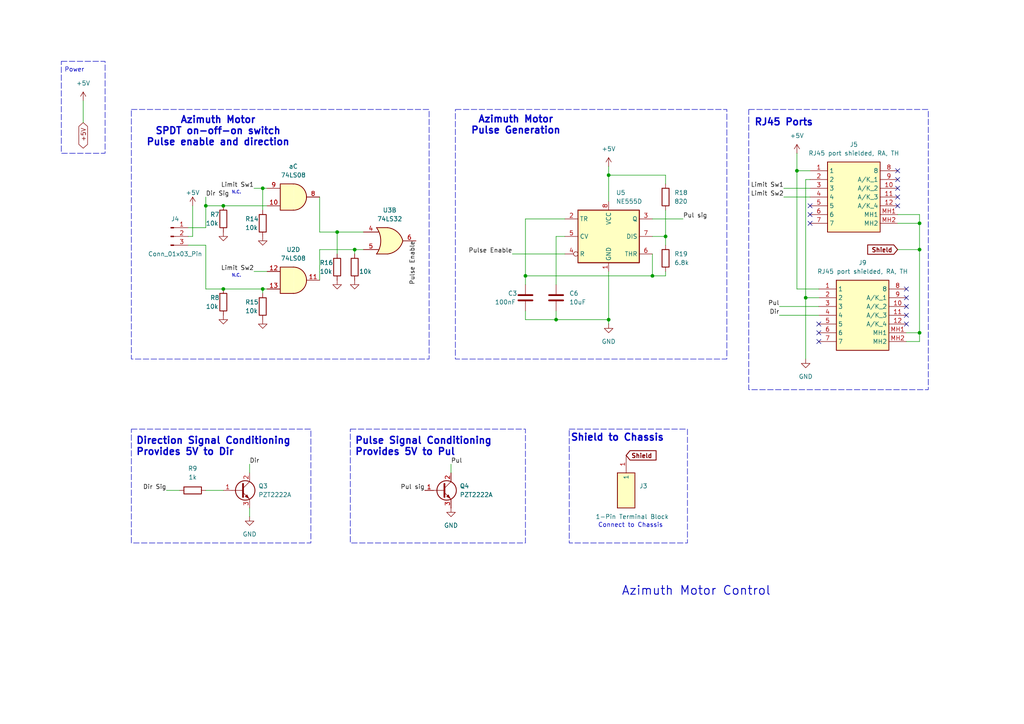
<source format=kicad_sch>
(kicad_sch (version 20250114) (generator "eeschema") (generator_version "9.0")
  (paper "A4")
  (title_block (title "Simple Dish Manual Controller") (date "2025-03-23") (rev "1.1"))
  (lib_symbols
    (symbol "1-Pin Barrier Terminal Block:38700-6301"
      (property "Reference" "J" (at 16.51 7.62 0))
      (property "Value" "38700-6301" (at 16.51 5.08 0))
      (symbol "38700-6301_1_1"
        (rectangle (start 5.08 2.54) (end 15.24 -2.54) (stroke (width 0.254)) (fill (type background)))
        (pin passive line (at 0 0 0) (length 5.08) (name "1") (number "1"))
      )
    )
    (symbol "74xx:74LS08" (pin_names (offset 1.016))
      (property "Reference" "U" (at 0 1.27 0))
      (property "Value" "74LS08" (at 0 -1.27 0))
      (symbol "74LS08_1_1"
        (arc (start 0 3.81) (mid 3.7934 0) (end 0 -3.81) (stroke (width 0.254)) (fill (type background)))
        (polyline (pts (xy 0 3.81) (xy -3.81 3.81) (xy -3.81 -3.81) (xy 0 -3.81)) (stroke (width 0.254)) (fill (type background)))
        (pin input line (at -7.62 2.54 0) (length 3.81) (name "~") (number "1"))
        (pin input line (at -7.62 -2.54 0) (length 3.81) (name "~") (number "2"))
        (pin output line (at 7.62 0 180) (length 3.81) (name "~") (number "3"))
      )
      (symbol "74LS08_1_2"
        (arc (start -3.81 3.81) (mid -2.589 0) (end -3.81 -3.81) (stroke (width 0.254)))
        (polyline (pts (xy -3.81 3.81) (xy -0.635 3.81)) (stroke (width 0.254)) (fill (type background)))
        (polyline (pts (xy -3.81 -3.81) (xy -0.635 -3.81)) (stroke (width 0.254)) (fill (type background)))
        (arc (start 3.81 0) (mid 2.1855 -2.584) (end -0.6096 -3.81) (stroke (width 0.254)) (fill (type background)))
        (arc (start -0.6096 3.81) (mid 2.1928 2.5924) (end 3.81 0) (stroke (width 0.254)) (fill (type background)))
        (polyline (pts (xy -0.635 3.81) (xy -3.81 3.81) (xy -3.81 3.81) (xy -3.556 3.4036) (xy -3.0226 2.2606) (xy -2.6924 1.0414) (xy -2.6162 -0.254) (xy -2.7686 -1.4986) (xy -3.175 -2.7178) (xy -3.81 -3.81) (xy -3.81 -3.81) (xy -0.635 -3.81)) (stroke (width -25.4)) (fill (type background)))
        (pin input inverted (at -7.62 2.54 0) (length 4.318) (name "~") (number "1"))
        (pin input inverted (at -7.62 -2.54 0) (length 4.318) (name "~") (number "2"))
        (pin output inverted (at 7.62 0 180) (length 3.81) (name "~") (number "3"))
      )
      (symbol "74LS08_2_1"
        (arc (start 0 3.81) (mid 3.7934 0) (end 0 -3.81) (stroke (width 0.254)) (fill (type background)))
        (polyline (pts (xy 0 3.81) (xy -3.81 3.81) (xy -3.81 -3.81) (xy 0 -3.81)) (stroke (width 0.254)) (fill (type background)))
        (pin input line (at -7.62 2.54 0) (length 3.81) (name "~") (number "4"))
        (pin input line (at -7.62 -2.54 0) (length 3.81) (name "~") (number "5"))
        (pin output line (at 7.62 0 180) (length 3.81) (name "~") (number "6"))
      )
      (symbol "74LS08_2_2"
        (arc (start -3.81 3.81) (mid -2.589 0) (end -3.81 -3.81) (stroke (width 0.254)))
        (polyline (pts (xy -3.81 3.81) (xy -0.635 3.81)) (stroke (width 0.254)) (fill (type background)))
        (polyline (pts (xy -3.81 -3.81) (xy -0.635 -3.81)) (stroke (width 0.254)) (fill (type background)))
        (arc (start 3.81 0) (mid 2.1855 -2.584) (end -0.6096 -3.81) (stroke (width 0.254)) (fill (type background)))
        (arc (start -0.6096 3.81) (mid 2.1928 2.5924) (end 3.81 0) (stroke (width 0.254)) (fill (type background)))
        (polyline (pts (xy -0.635 3.81) (xy -3.81 3.81) (xy -3.81 3.81) (xy -3.556 3.4036) (xy -3.0226 2.2606) (xy -2.6924 1.0414) (xy -2.6162 -0.254) (xy -2.7686 -1.4986) (xy -3.175 -2.7178) (xy -3.81 -3.81) (xy -3.81 -3.81) (xy -0.635 -3.81)) (stroke (width -25.4)) (fill (type background)))
        (pin input inverted (at -7.62 2.54 0) (length 4.318) (name "~") (number "4"))
        (pin input inverted (at -7.62 -2.54 0) (length 4.318) (name "~") (number "5"))
        (pin output inverted (at 7.62 0 180) (length 3.81) (name "~") (number "6"))
      )
      (symbol "74LS08_3_1"
        (arc (start 0 3.81) (mid 3.7934 0) (end 0 -3.81) (stroke (width 0.254)) (fill (type background)))
        (polyline (pts (xy 0 3.81) (xy -3.81 3.81) (xy -3.81 -3.81) (xy 0 -3.81)) (stroke (width 0.254)) (fill (type background)))
        (pin input line (at -7.62 2.54 0) (length 3.81) (name "~") (number "9"))
        (pin input line (at -7.62 -2.54 0) (length 3.81) (name "~") (number "10"))
        (pin output line (at 7.62 0 180) (length 3.81) (name "~") (number "8"))
      )
      (symbol "74LS08_3_2"
        (arc (start -3.81 3.81) (mid -2.589 0) (end -3.81 -3.81) (stroke (width 0.254)))
        (polyline (pts (xy -3.81 3.81) (xy -0.635 3.81)) (stroke (width 0.254)) (fill (type background)))
        (polyline (pts (xy -3.81 -3.81) (xy -0.635 -3.81)) (stroke (width 0.254)) (fill (type background)))
        (arc (start 3.81 0) (mid 2.1855 -2.584) (end -0.6096 -3.81) (stroke (width 0.254)) (fill (type background)))
        (arc (start -0.6096 3.81) (mid 2.1928 2.5924) (end 3.81 0) (stroke (width 0.254)) (fill (type background)))
        (polyline (pts (xy -0.635 3.81) (xy -3.81 3.81) (xy -3.81 3.81) (xy -3.556 3.4036) (xy -3.0226 2.2606) (xy -2.6924 1.0414) (xy -2.6162 -0.254) (xy -2.7686 -1.4986) (xy -3.175 -2.7178) (xy -3.81 -3.81) (xy -3.81 -3.81) (xy -0.635 -3.81)) (stroke (width -25.4)) (fill (type background)))
        (pin input inverted (at -7.62 2.54 0) (length 4.318) (name "~") (number "9"))
        (pin input inverted (at -7.62 -2.54 0) (length 4.318) (name "~") (number "10"))
        (pin output inverted (at 7.62 0 180) (length 3.81) (name "~") (number "8"))
      )
      (symbol "74LS08_4_1"
        (arc (start 0 3.81) (mid 3.7934 0) (end 0 -3.81) (stroke (width 0.254)) (fill (type background)))
        (polyline (pts (xy 0 3.81) (xy -3.81 3.81) (xy -3.81 -3.81) (xy 0 -3.81)) (stroke (width 0.254)) (fill (type background)))
        (pin input line (at -7.62 2.54 0) (length 3.81) (name "~") (number "12"))
        (pin input line (at -7.62 -2.54 0) (length 3.81) (name "~") (number "13"))
        (pin output line (at 7.62 0 180) (length 3.81) (name "~") (number "11"))
      )
      (symbol "74LS08_4_2"
        (arc (start -3.81 3.81) (mid -2.589 0) (end -3.81 -3.81) (stroke (width 0.254)))
        (polyline (pts (xy -3.81 3.81) (xy -0.635 3.81)) (stroke (width 0.254)) (fill (type background)))
        (polyline (pts (xy -3.81 -3.81) (xy -0.635 -3.81)) (stroke (width 0.254)) (fill (type background)))
        (arc (start 3.81 0) (mid 2.1855 -2.584) (end -0.6096 -3.81) (stroke (width 0.254)) (fill (type background)))
        (arc (start -0.6096 3.81) (mid 2.1928 2.5924) (end 3.81 0) (stroke (width 0.254)) (fill (type background)))
        (polyline (pts (xy -0.635 3.81) (xy -3.81 3.81) (xy -3.81 3.81) (xy -3.556 3.4036) (xy -3.0226 2.2606) (xy -2.6924 1.0414) (xy -2.6162 -0.254) (xy -2.7686 -1.4986) (xy -3.175 -2.7178) (xy -3.81 -3.81) (xy -3.81 -3.81) (xy -0.635 -3.81)) (stroke (width -25.4)) (fill (type background)))
        (pin input inverted (at -7.62 2.54 0) (length 4.318) (name "~") (number "12"))
        (pin input inverted (at -7.62 -2.54 0) (length 4.318) (name "~") (number "13"))
        (pin output inverted (at 7.62 0 180) (length 3.81) (name "~") (number "11"))
      )
      (symbol "74LS08_5_0"
        (pin power_in line (at 0 12.7 270) (length 5.08) (name "VCC") (number "14"))
        (pin power_in line (at 0 -12.7 90) (length 5.08) (name "GND") (number "7"))
      )
      (symbol "74LS08_5_1"
        (rectangle (start -5.08 7.62) (end 5.08 -7.62) (stroke (width 0.254)) (fill (type background)))
      )
    )
    (symbol "74xx:74LS32" (pin_names (offset 1.016))
      (property "Reference" "U" (at 0 1.27 0))
      (property "Value" "74LS32" (at 0 -1.27 0))
      (symbol "74LS32_1_1"
        (arc (start -3.81 3.81) (mid -2.589 0) (end -3.81 -3.81) (stroke (width 0.254)))
        (polyline (pts (xy -3.81 3.81) (xy -0.635 3.81)) (stroke (width 0.254)) (fill (type background)))
        (polyline (pts (xy -3.81 -3.81) (xy -0.635 -3.81)) (stroke (width 0.254)) (fill (type background)))
        (arc (start 3.81 0) (mid 2.1855 -2.584) (end -0.6096 -3.81) (stroke (width 0.254)) (fill (type background)))
        (arc (start -0.6096 3.81) (mid 2.1928 2.5924) (end 3.81 0) (stroke (width 0.254)) (fill (type background)))
        (polyline (pts (xy -0.635 3.81) (xy -3.81 3.81) (xy -3.81 3.81) (xy -3.556 3.4036) (xy -3.0226 2.2606) (xy -2.6924 1.0414) (xy -2.6162 -0.254) (xy -2.7686 -1.4986) (xy -3.175 -2.7178) (xy -3.81 -3.81) (xy -3.81 -3.81) (xy -0.635 -3.81)) (stroke (width -25.4)) (fill (type background)))
        (pin input line (at -7.62 2.54 0) (length 4.318) (name "~") (number "1"))
        (pin input line (at -7.62 -2.54 0) (length 4.318) (name "~") (number "2"))
        (pin output line (at 7.62 0 180) (length 3.81) (name "~") (number "3"))
      )
      (symbol "74LS32_1_2"
        (arc (start 0 3.81) (mid 3.7934 0) (end 0 -3.81) (stroke (width 0.254)) (fill (type background)))
        (polyline (pts (xy 0 3.81) (xy -3.81 3.81) (xy -3.81 -3.81) (xy 0 -3.81)) (stroke (width 0.254)) (fill (type background)))
        (pin input inverted (at -7.62 2.54 0) (length 3.81) (name "~") (number "1"))
        (pin input inverted (at -7.62 -2.54 0) (length 3.81) (name "~") (number "2"))
        (pin output inverted (at 7.62 0 180) (length 3.81) (name "~") (number "3"))
      )
      (symbol "74LS32_2_1"
        (arc (start -3.81 3.81) (mid -2.589 0) (end -3.81 -3.81) (stroke (width 0.254)))
        (polyline (pts (xy -3.81 3.81) (xy -0.635 3.81)) (stroke (width 0.254)) (fill (type background)))
        (polyline (pts (xy -3.81 -3.81) (xy -0.635 -3.81)) (stroke (width 0.254)) (fill (type background)))
        (arc (start 3.81 0) (mid 2.1855 -2.584) (end -0.6096 -3.81) (stroke (width 0.254)) (fill (type background)))
        (arc (start -0.6096 3.81) (mid 2.1928 2.5924) (end 3.81 0) (stroke (width 0.254)) (fill (type background)))
        (polyline (pts (xy -0.635 3.81) (xy -3.81 3.81) (xy -3.81 3.81) (xy -3.556 3.4036) (xy -3.0226 2.2606) (xy -2.6924 1.0414) (xy -2.6162 -0.254) (xy -2.7686 -1.4986) (xy -3.175 -2.7178) (xy -3.81 -3.81) (xy -3.81 -3.81) (xy -0.635 -3.81)) (stroke (width -25.4)) (fill (type background)))
        (pin input line (at -7.62 2.54 0) (length 4.318) (name "~") (number "4"))
        (pin input line (at -7.62 -2.54 0) (length 4.318) (name "~") (number "5"))
        (pin output line (at 7.62 0 180) (length 3.81) (name "~") (number "6"))
      )
      (symbol "74LS32_2_2"
        (arc (start 0 3.81) (mid 3.7934 0) (end 0 -3.81) (stroke (width 0.254)) (fill (type background)))
        (polyline (pts (xy 0 3.81) (xy -3.81 3.81) (xy -3.81 -3.81) (xy 0 -3.81)) (stroke (width 0.254)) (fill (type background)))
        (pin input inverted (at -7.62 2.54 0) (length 3.81) (name "~") (number "4"))
        (pin input inverted (at -7.62 -2.54 0) (length 3.81) (name "~") (number "5"))
        (pin output inverted (at 7.62 0 180) (length 3.81) (name "~") (number "6"))
      )
      (symbol "74LS32_3_1"
        (arc (start -3.81 3.81) (mid -2.589 0) (end -3.81 -3.81) (stroke (width 0.254)))
        (polyline (pts (xy -3.81 3.81) (xy -0.635 3.81)) (stroke (width 0.254)) (fill (type background)))
        (polyline (pts (xy -3.81 -3.81) (xy -0.635 -3.81)) (stroke (width 0.254)) (fill (type background)))
        (arc (start 3.81 0) (mid 2.1855 -2.584) (end -0.6096 -3.81) (stroke (width 0.254)) (fill (type background)))
        (arc (start -0.6096 3.81) (mid 2.1928 2.5924) (end 3.81 0) (stroke (width 0.254)) (fill (type background)))
        (polyline (pts (xy -0.635 3.81) (xy -3.81 3.81) (xy -3.81 3.81) (xy -3.556 3.4036) (xy -3.0226 2.2606) (xy -2.6924 1.0414) (xy -2.6162 -0.254) (xy -2.7686 -1.4986) (xy -3.175 -2.7178) (xy -3.81 -3.81) (xy -3.81 -3.81) (xy -0.635 -3.81)) (stroke (width -25.4)) (fill (type background)))
        (pin input line (at -7.62 2.54 0) (length 4.318) (name "~") (number "9"))
        (pin input line (at -7.62 -2.54 0) (length 4.318) (name "~") (number "10"))
        (pin output line (at 7.62 0 180) (length 3.81) (name "~") (number "8"))
      )
      (symbol "74LS32_3_2"
        (arc (start 0 3.81) (mid 3.7934 0) (end 0 -3.81) (stroke (width 0.254)) (fill (type background)))
        (polyline (pts (xy 0 3.81) (xy -3.81 3.81) (xy -3.81 -3.81) (xy 0 -3.81)) (stroke (width 0.254)) (fill (type background)))
        (pin input inverted (at -7.62 2.54 0) (length 3.81) (name "~") (number "9"))
        (pin input inverted (at -7.62 -2.54 0) (length 3.81) (name "~") (number "10"))
        (pin output inverted (at 7.62 0 180) (length 3.81) (name "~") (number "8"))
      )
      (symbol "74LS32_4_1"
        (arc (start -3.81 3.81) (mid -2.589 0) (end -3.81 -3.81) (stroke (width 0.254)))
        (polyline (pts (xy -3.81 3.81) (xy -0.635 3.81)) (stroke (width 0.254)) (fill (type background)))
        (polyline (pts (xy -3.81 -3.81) (xy -0.635 -3.81)) (stroke (width 0.254)) (fill (type background)))
        (arc (start 3.81 0) (mid 2.1855 -2.584) (end -0.6096 -3.81) (stroke (width 0.254)) (fill (type background)))
        (arc (start -0.6096 3.81) (mid 2.1928 2.5924) (end 3.81 0) (stroke (width 0.254)) (fill (type background)))
        (polyline (pts (xy -0.635 3.81) (xy -3.81 3.81) (xy -3.81 3.81) (xy -3.556 3.4036) (xy -3.0226 2.2606) (xy -2.6924 1.0414) (xy -2.6162 -0.254) (xy -2.7686 -1.4986) (xy -3.175 -2.7178) (xy -3.81 -3.81) (xy -3.81 -3.81) (xy -0.635 -3.81)) (stroke (width -25.4)) (fill (type background)))
        (pin input line (at -7.62 2.54 0) (length 4.318) (name "~") (number "12"))
        (pin input line (at -7.62 -2.54 0) (length 4.318) (name "~") (number "13"))
        (pin output line (at 7.62 0 180) (length 3.81) (name "~") (number "11"))
      )
      (symbol "74LS32_4_2"
        (arc (start 0 3.81) (mid 3.7934 0) (end 0 -3.81) (stroke (width 0.254)) (fill (type background)))
        (polyline (pts (xy 0 3.81) (xy -3.81 3.81) (xy -3.81 -3.81) (xy 0 -3.81)) (stroke (width 0.254)) (fill (type background)))
        (pin input inverted (at -7.62 2.54 0) (length 3.81) (name "~") (number "12"))
        (pin input inverted (at -7.62 -2.54 0) (length 3.81) (name "~") (number "13"))
        (pin output inverted (at 7.62 0 180) (length 3.81) (name "~") (number "11"))
      )
      (symbol "74LS32_5_0"
        (pin power_in line (at 0 12.7 270) (length 5.08) (name "VCC") (number "14"))
        (pin power_in line (at 0 -12.7 90) (length 5.08) (name "GND") (number "7"))
      )
      (symbol "74LS32_5_1"
        (rectangle (start -5.08 7.62) (end 5.08 -7.62) (stroke (width 0.254)) (fill (type background)))
      )
    )
    (symbol "Device:R" (pin_numbers (hide yes)) (pin_names (offset 0))
      (property "Reference" "R" (at 2.032 0 90))
      (property "Value" "R" (at 0 0 90))
      (symbol "R_0_1"
        (rectangle (start -1.016 -2.54) (end 1.016 2.54) (stroke (width 0.254)))
      )
      (symbol "R_1_1"
        (pin passive line (at 0 3.81 270) (length 1.27) (name "~") (number "1"))
        (pin passive line (at 0 -3.81 90) (length 1.27) (name "~") (number "2"))
      )
    )
    (symbol "DishController_symbols:RJ45 port shielded, Right Angle TH"
      (property "Reference" "J" (at 21.59 7.62 0))
      (property "Value" "RJ45 port shielded, Right Angle TH" (at 21.59 5.08 0))
      (symbol "RJ45 port shielded, Right Angle TH_1_1"
        (rectangle (start 5.08 2.54) (end 20.32 -17.78) (stroke (width 0.254)) (fill (type background)))
        (pin passive line (at 0 0 0) (length 5.08) (name "1") (number "1"))
        (pin passive line (at 0 -2.54 0) (length 5.08) (name "2") (number "2"))
        (pin passive line (at 0 -5.08 0) (length 5.08) (name "3") (number "3"))
        (pin passive line (at 0 -7.62 0) (length 5.08) (name "4") (number "4"))
        (pin passive line (at 0 -10.16 0) (length 5.08) (name "5") (number "5"))
        (pin passive line (at 0 -12.7 0) (length 5.08) (name "6") (number "6"))
        (pin passive line (at 0 -15.24 0) (length 5.08) (name "7") (number "7"))
        (pin passive line (at 25.4 0 180) (length 5.08) (name "8") (number "8"))
        (pin passive line (at 25.4 -2.54 180) (length 5.08) (name "A/K_1") (number "9"))
        (pin passive line (at 25.4 -5.08 180) (length 5.08) (name "A/K_2") (number "10"))
        (pin passive line (at 25.4 -7.62 180) (length 5.08) (name "A/K_3") (number "11"))
        (pin passive line (at 25.4 -10.16 180) (length 5.08) (name "A/K_4") (number "12"))
        (pin passive line (at 25.4 -12.7 180) (length 5.08) (name "MH1") (number "MH1"))
        (pin passive line (at 25.4 -15.24 180) (length 5.08) (name "MH2") (number "MH2"))
      )
    )
    (symbol "DishSymbols:CAP 100nF 0805" (pin_numbers (hide yes)) (pin_names (offset 0.254))
      (property "Reference" "C" (at 0.635 2.54 0))
      (property "Value" "100nF" (at 0.635 -2.54 0))
      (symbol "CAP 100nF 0805_0_1"
        (polyline (pts (xy -2.032 0.762) (xy 2.032 0.762)) (stroke (width 0.508)))
        (polyline (pts (xy -2.032 -0.762) (xy 2.032 -0.762)) (stroke (width 0.508)))
      )
      (symbol "CAP 100nF 0805_1_1"
        (pin passive line (at 0 3.81 270) (length 2.794) (name "~") (number "1"))
        (pin passive line (at 0 -3.81 90) (length 2.794) (name "~") (number "2"))
      )
    )
    (symbol "DishSymbols:CAP 10nF 0805" (pin_numbers (hide yes)) (pin_names (offset 0.254) (hide yes))
      (property "Reference" "C" (at 0.635 2.54 0))
      (property "Value" "10uF" (at 0.635 -2.54 0))
      (symbol "CAP 10nF 0805_0_1"
        (polyline (pts (xy -2.032 0.762) (xy 2.032 0.762)) (stroke (width 0.508)))
        (polyline (pts (xy -2.032 -0.762) (xy 2.032 -0.762)) (stroke (width 0.508)))
      )
      (symbol "CAP 10nF 0805_1_1"
        (pin passive line (at 0 3.81 270) (length 2.794) (name "~") (number "1"))
        (pin passive line (at 0 -3.81 90) (length 2.794) (name "~") (number "2"))
      )
    )
    (symbol "DishSymbols:Conn_01x03_Pin" (pin_names (offset 1.016) (hide yes))
      (property "Reference" "J" (at 0 5.08 0))
      (property "Value" "Conn_01x03_Pin" (at 0 -5.08 0))
      (symbol "Conn_01x03_Pin_1_1"
        (rectangle (start 0.8636 2.667) (end 0 2.413) (stroke (width 0.1524)) (fill (type outline)))
        (rectangle (start 0.8636 0.127) (end 0 -0.127) (stroke (width 0.1524)) (fill (type outline)))
        (rectangle (start 0.8636 -2.413) (end 0 -2.667) (stroke (width 0.1524)) (fill (type outline)))
        (polyline (pts (xy 1.27 2.54) (xy 0.8636 2.54)) (stroke (width 0.1524)))
        (polyline (pts (xy 1.27 0) (xy 0.8636 0)) (stroke (width 0.1524)))
        (polyline (pts (xy 1.27 -2.54) (xy 0.8636 -2.54)) (stroke (width 0.1524)))
        (pin passive line (at 5.08 2.54 180) (length 3.81) (name "1") (number "1"))
        (pin passive line (at 5.08 0 180) (length 3.81) (name "2") (number "2"))
        (pin passive line (at 5.08 -2.54 180) (length 3.81) (name "3") (number "3"))
      )
    )
    (symbol "DishSymbols:NE555D"
      (property "Reference" "U" (at -10.16 8.89 0))
      (property "Value" "NE555D" (at 2.54 8.89 0))
      (symbol "NE555D_0_0"
        (pin power_in line (at 0 10.16 270) (length 2.54) (name "VCC") (number "8"))
        (pin power_in line (at 0 -10.16 90) (length 2.54) (name "GND") (number "1"))
      )
      (symbol "NE555D_0_1"
        (rectangle (start -8.89 -7.62) (end 8.89 7.62) (stroke (width 0.254)) (fill (type background)))
        (rectangle (start -8.89 -7.62) (end 8.89 7.62) (stroke (width 0.254)) (fill (type background)))
      )
      (symbol "NE555D_1_1"
        (pin input line (at -12.7 5.08 0) (length 3.81) (name "TR") (number "2"))
        (pin input line (at -12.7 0 0) (length 3.81) (name "CV") (number "5"))
        (pin input inverted (at -12.7 -5.08 0) (length 3.81) (name "R") (number "4"))
        (pin output line (at 12.7 5.08 180) (length 3.81) (name "Q") (number "3"))
        (pin input line (at 12.7 0 180) (length 3.81) (name "DIS") (number "7"))
        (pin input line (at 12.7 -5.08 180) (length 3.81) (name "THR") (number "6"))
      )
    )
    (symbol "DishSymbols:RES 6.8k 0805" (pin_numbers (hide yes)) (pin_names (offset 0) (hide yes))
      (property "Reference" "R" (at 2.032 0 90))
      (property "Value" "6.8k" (at 0 0 90))
      (symbol "RES 6.8k 0805_0_1"
        (rectangle (start -1.016 -2.54) (end 1.016 2.54) (stroke (width 0.254)))
      )
      (symbol "RES 6.8k 0805_1_1"
        (pin passive line (at 0 3.81 270) (length 1.27) (name "~") (number "1"))
        (pin passive line (at 0 -3.81 90) (length 1.27) (name "~") (number "2"))
      )
    )
    (symbol "DishSymbols:RES 820 0805" (pin_numbers (hide yes)) (pin_names (offset 0) (hide yes))
      (property "Reference" "R" (at 2.032 0 90))
      (property "Value" "820" (at 0 0 90))
      (symbol "RES 820 0805_0_1"
        (rectangle (start -1.016 -2.54) (end 1.016 2.54) (stroke (width 0.254)))
      )
      (symbol "RES 820 0805_1_1"
        (pin passive line (at 0 3.81 270) (length 1.27) (name "~") (number "1"))
        (pin passive line (at 0 -3.81 90) (length 1.27) (name "~") (number "2"))
      )
    )
    (symbol "Transistor_BJT:PZT2222A" (pin_names (offset 0) (hide yes))
      (property "Reference" "Q" (at 5.08 1.905 0))
      (property "Value" "PZT2222A" (at 5.08 0 0))
      (symbol "PZT2222A_0_1"
        (polyline (pts (xy -2.54 0) (xy 0.635 0)))
        (polyline (pts (xy 0.635 1.905) (xy 0.635 -1.905)) (stroke (width 0.508)))
        (circle (center 1.27 0) (radius 2.8194) (stroke (width 0.254)))
      )
      (symbol "PZT2222A_1_1"
        (polyline (pts (xy 0.635 0.635) (xy 2.54 2.54)))
        (polyline (pts (xy 0.635 -0.635) (xy 2.54 -2.54)))
        (polyline (pts (xy 1.27 -1.778) (xy 1.778 -1.27) (xy 2.286 -2.286) (xy 1.27 -1.778)) (fill (type outline)))
        (pin input line (at -5.08 0 0) (length 2.54) (name "B") (number "1"))
        (pin passive line (at 2.54 5.08 270) (length 2.54) (name "C") (number "2"))
        (pin passive line (at 2.54 -5.08 90) (length 2.54) (name "E") (number "3"))
      )
    )
    (symbol "power:+5V" (power) (pin_numbers (hide yes)) (pin_names (offset 0) (hide yes))
      (property "Value" "+5V" (at 0 3.556 0))
      (symbol "+5V_0_1"
        (polyline (pts (xy -0.762 1.27) (xy 0 2.54)))
        (polyline (pts (xy 0 2.54) (xy 0.762 1.27)))
        (polyline (pts (xy 0 0) (xy 0 2.54)))
      )
      (symbol "+5V_1_1"
        (pin power_in line (at 0 0 90) (length 0) (name "~") (number "1"))
      )
    )
    (symbol "power:GND" (power) (pin_numbers (hide yes)) (pin_names (offset 0) (hide yes))
      (property "Value" "GND" (at 0 -3.81 0))
      (symbol "GND_0_1"
        (polyline (pts (xy 0 0) (xy 0 -1.27) (xy 1.27 -1.27) (xy 0 -2.54) (xy -1.27 -1.27) (xy 0 -1.27)))
      )
      (symbol "GND_1_1"
        (pin power_in line (at 0 0 270) (length 0) (name "~") (number "1"))
      )
    )
  )
  (rectangle (start 165.1 124.46) (end 199.39 157.48) (stroke (width 0) (type dash)))
  (rectangle (start 217.17 31.75) (end 269.24 113.03) (stroke (width 0) (type dash)))
  (rectangle (start 132.08 31.75) (end 210.82 104.14) (stroke (width 0) (type dash)))
  (rectangle (start 38.1 31.75) (end 124.46 104.14) (stroke (width 0) (type dash)))
  (rectangle (start 101.6 124.46) (end 152.4 157.48) (stroke (width 0) (type dash)))
  (rectangle (start 38.1 124.46) (end 90.17 157.48) (stroke (width 0) (type dash)))
  (rectangle (start 17.78 17.78) (end 30.48 44.45) (stroke (width 0) (type dash)))
  (text "Azimuth Motor\nPulse Generation\n" (at 149.606 36.322 0) (effects (font (size 2 2) (thickness 0.4) (bold yes))))
  (text "Azimuth Motor\nSPDT on-off-on switch\nPulse enable and direction" (at 63.246 38.1 0) (effects (font (size 2 2) (thickness 0.4) (bold yes))))
  (text "Shield to Chassis" (at 179.07 127 0) (effects (font (size 2.0066 2.0066) (thickness 0.4013) (bold yes))))
  (text "Azimuth Motor Control" (at 201.93 171.45 0) (effects (font (size 2.54 2.54) (thickness 0.254) (bold yes))))
  (text "N.C." (at 68.58 80.01 0) (effects (font (size 0.889 0.889))))
  (text "Connect to Chassis" (at 182.88 152.4 0) (effects (font (size 1.27 1.27))))
  (text "Direction Signal Conditioning\nProvides 5V to Dir" (at 39.37 129.54 0) (effects (font (size 2.0066 2.0066) (thickness 0.4013) (bold yes)) (justify left)))
  (text "RJ45 Ports" (at 227.33 35.56 0) (effects (font (size 2.0066 2.0066) (thickness 0.4013) (bold yes))))
  (text "Pulse Signal Conditioning\nProvides 5V to Pul" (at 102.87 129.54 0) (effects (font (size 2.0066 2.0066) (thickness 0.4013) (bold yes)) (justify left)))
  (text "N.C." (at 68.58 55.88 0) (effects (font (size 0.889 0.889))))
  (text "Power" (at 21.59 20.32 0) (effects (font (size 1.27 1.27))))
  (junction (at 266.7 96.52))
  (junction (at 76.2 54.61))
  (junction (at 64.77 83.82))
  (junction (at 189.23 80.01))
  (junction (at 161.29 92.71))
  (junction (at 231.14 49.53))
  (junction (at 102.87 72.39))
  (junction (at 59.69 59.69))
  (junction (at 97.79 67.31))
  (junction (at 152.4 80.01))
  (junction (at 76.2 83.82))
  (junction (at 266.7 72.39))
  (junction (at 64.77 59.69))
  (junction (at 266.7 64.77))
  (junction (at 233.68 86.36))
  (junction (at 176.53 50.8))
  (junction (at 176.53 92.71))
  (junction (at 193.04 68.58))
  (no_connect (at 260.35 59.69))
  (no_connect (at 237.49 99.06))
  (no_connect (at 237.49 93.98))
  (no_connect (at 260.35 57.15))
  (no_connect (at 262.89 86.36))
  (no_connect (at 234.95 59.69))
  (no_connect (at 234.95 62.23))
  (no_connect (at 260.35 52.07))
  (no_connect (at 237.49 96.52))
  (no_connect (at 262.89 88.9))
  (no_connect (at 262.89 91.44))
  (no_connect (at 262.89 83.82))
  (no_connect (at 260.35 49.53))
  (no_connect (at 262.89 93.98))
  (no_connect (at 234.95 64.77))
  (no_connect (at 260.35 54.61))
  (wire (pts (xy 48.26 142.24) (xy 52.07 142.24)))
  (wire (pts (xy 76.2 54.61) (xy 76.2 60.96)))
  (wire (pts (xy 59.69 66.04) (xy 59.69 59.69)))
  (wire (pts (xy 76.2 83.82) (xy 77.47 83.82)))
  (wire (pts (xy 97.79 67.31) (xy 105.41 67.31)))
  (wire (pts (xy 152.4 80.01) (xy 189.23 80.01)))
  (wire (pts (xy 262.89 96.52) (xy 266.7 96.52)))
  (wire (pts (xy 231.14 44.45) (xy 231.14 49.53)))
  (wire (pts (xy 64.77 83.82) (xy 76.2 83.82)))
  (wire (pts (xy 231.14 83.82) (xy 237.49 83.82)))
  (wire (pts (xy 193.04 68.58) (xy 193.04 71.12)))
  (wire (pts (xy 234.95 49.53) (xy 231.14 49.53)))
  (wire (pts (xy 152.4 92.71) (xy 161.29 92.71)))
  (wire (pts (xy 59.69 142.24) (xy 64.77 142.24)))
  (wire (pts (xy 260.35 62.23) (xy 266.7 62.23)))
  (wire (pts (xy 262.89 99.06) (xy 266.7 99.06)))
  (wire (pts (xy 227.33 57.15) (xy 234.95 57.15)))
  (wire (pts (xy 148.59 73.66) (xy 163.83 73.66)))
  (wire (pts (xy 92.71 67.31) (xy 97.79 67.31)))
  (wire (pts (xy 231.14 49.53) (xy 231.14 83.82)))
  (wire (pts (xy 152.4 63.5) (xy 152.4 80.01)))
  (wire (pts (xy 102.87 72.39) (xy 102.87 73.66)))
  (wire (pts (xy 59.69 57.15) (xy 59.69 59.69)))
  (wire (pts (xy 76.2 83.82) (xy 76.2 85.09)))
  (wire (pts (xy 226.06 88.9) (xy 237.49 88.9)))
  (wire (pts (xy 59.69 59.69) (xy 64.77 59.69)))
  (wire (pts (xy 193.04 60.96) (xy 193.04 68.58)))
  (wire (pts (xy 54.61 68.58) (xy 55.88 68.58)))
  (wire (pts (xy 266.7 96.52) (xy 266.7 99.06)))
  (wire (pts (xy 193.04 50.8) (xy 176.53 50.8)))
  (wire (pts (xy 266.7 62.23) (xy 266.7 64.77)))
  (wire (pts (xy 189.23 63.5) (xy 198.12 63.5)))
  (wire (pts (xy 163.83 68.58) (xy 161.29 68.58)))
  (wire (pts (xy 233.68 86.36) (xy 233.68 104.14)))
  (wire (pts (xy 193.04 78.74) (xy 193.04 80.01)))
  (wire (pts (xy 176.53 78.74) (xy 176.53 92.71)))
  (wire (pts (xy 161.29 92.71) (xy 176.53 92.71)))
  (wire (pts (xy 55.88 59.69) (xy 55.88 68.58)))
  (wire (pts (xy 176.53 92.71) (xy 176.53 93.98)))
  (wire (pts (xy 54.61 71.12) (xy 59.69 71.12)))
  (wire (pts (xy 193.04 53.34) (xy 193.04 50.8)))
  (wire (pts (xy 233.68 52.07) (xy 233.68 86.36)))
  (wire (pts (xy 72.39 134.62) (xy 72.39 137.16)))
  (wire (pts (xy 193.04 68.58) (xy 189.23 68.58)))
  (wire (pts (xy 24.13 29.21) (xy 24.13 35.56)))
  (wire (pts (xy 234.95 52.07) (xy 233.68 52.07)))
  (wire (pts (xy 64.77 59.69) (xy 77.47 59.69)))
  (wire (pts (xy 72.39 147.32) (xy 72.39 149.86)))
  (wire (pts (xy 226.06 91.44) (xy 237.49 91.44)))
  (wire (pts (xy 266.7 72.39) (xy 266.7 96.52)))
  (wire (pts (xy 260.35 64.77) (xy 266.7 64.77)))
  (wire (pts (xy 176.53 48.26) (xy 176.53 50.8)))
  (wire (pts (xy 152.4 80.01) (xy 152.4 82.55)))
  (wire (pts (xy 161.29 90.17) (xy 161.29 92.71)))
  (wire (pts (xy 76.2 54.61) (xy 77.47 54.61)))
  (wire (pts (xy 73.66 54.61) (xy 76.2 54.61)))
  (wire (pts (xy 152.4 90.17) (xy 152.4 92.71)))
  (wire (pts (xy 260.35 72.39) (xy 266.7 72.39)))
  (wire (pts (xy 59.69 71.12) (xy 59.69 83.82)))
  (wire (pts (xy 54.61 66.04) (xy 59.69 66.04)))
  (wire (pts (xy 233.68 86.36) (xy 237.49 86.36)))
  (wire (pts (xy 97.79 67.31) (xy 97.79 73.66)))
  (wire (pts (xy 73.66 78.74) (xy 77.47 78.74)))
  (wire (pts (xy 92.71 57.15) (xy 92.71 67.31)))
  (wire (pts (xy 92.71 72.39) (xy 92.71 81.28)))
  (wire (pts (xy 130.81 134.62) (xy 130.81 137.16)))
  (wire (pts (xy 227.33 54.61) (xy 234.95 54.61)))
  (wire (pts (xy 152.4 63.5) (xy 163.83 63.5)))
  (wire (pts (xy 102.87 72.39) (xy 92.71 72.39)))
  (wire (pts (xy 266.7 64.77) (xy 266.7 72.39)))
  (wire (pts (xy 105.41 72.39) (xy 102.87 72.39)))
  (wire (pts (xy 161.29 68.58) (xy 161.29 82.55)))
  (wire (pts (xy 189.23 73.66) (xy 189.23 80.01)))
  (wire (pts (xy 176.53 50.8) (xy 176.53 58.42)))
  (wire (pts (xy 59.69 83.82) (xy 64.77 83.82)))
  (wire (pts (xy 189.23 80.01) (xy 193.04 80.01)))
  (label "Pul sig" (at 198.12 63.5 0))
  (label "Dir Sig" (at 59.69 57.15 0))
  (label "Pul" (at 130.81 134.62 0))
  (label "Pul sig" (at 123.19 142.24 180))
  (label "Dir" (at 72.39 134.62 0))
  (label "Limit Sw2" (at 73.66 78.74 180))
  (label "Pulse Enable" (at 120.65 69.85 270))
  (label "Limit Sw1" (at 227.33 54.61 180))
  (label "Limit Sw2" (at 227.33 57.15 180))
  (label "Dir Sig" (at 48.26 142.24 180))
  (label "Dir" (at 226.06 91.44 180))
  (label "Limit Sw1" (at 73.66 54.61 180))
  (label "Pulse Enable" (at 148.59 73.66 180))
  (label "Pul" (at 226.06 88.9 180))
  (global_label "Shield" (shape input) (at 260.35 72.39 180) (effects (font (thickness 0.254) (bold yes))) (property "Intersheetrefs" "${INTERSHEET_REFS}" (effects (hide yes))))
  (global_label "+5V" (shape bidirectional) (at 24.13 35.56 270) (property "Intersheetrefs" "${INTERSHEET_REFS}" (effects (hide yes))))
  (global_label "Shield" (shape input) (at 181.61 132.08 0) (effects (font (thickness 0.254) (bold yes))) (property "Intersheetrefs" "${INTERSHEET_REFS}" (effects (hide yes))))
  (symbol (lib_id "74xx:74LS32") (at 113.03 69.85 0) (unit 2)
    (property "Reference" "U3" (at 113.03 60.96 0))
    (property "Value" "74LS32" (at 113.03 63.5 0))
    (property "Footprint" "74LS32_SOIC:SOIC127P600X175-14N" (effects (hide yes)))
    (property "Datasheet" "http://www.ti.com/lit/gpn/sn74LS32" (effects (hide yes)))
    (property "Description" "Quad 2-input OR" (effects (hide yes)))
  )
  (symbol (lib_id "DishSymbols:Conn_01x03_Pin") (at 49.53 68.58 0) (unit 1)
    (property "Reference" "J4" (at 50.8 63.5 0))
    (property "Value" "Conn_01x03_Pin" (at 50.8 73.66 0))
    (property "Footprint" "DishFootprints:PinHeader_1x03_P2.54mm_Vertical" (effects (hide yes)))
    (property "Datasheet" "~https://app.adam-tech.com/products/download/data_sheet/201605/ph1-xx-ua-data-sheet.pdf" (effects (hide yes)))
    (property "Description" "Connector Header Through Hole 3 position 0.100\" (2.54mm)" (effects (hide yes)))
    (property "Package" "-" (effects (hide yes)))
    (property "MF" "Adam Tech" (effects (hide yes)))
    (property "MPN" "PH1-03-UA" (effects (hide yes)))
    (property "DIS" "Digikey" (effects (hide yes)))
    (property "DPN" "2057-PH1-03-UA-ND" (effects (hide yes)))
    (property "Purchase_URL" "https://www.digikey.com/en/products/detail/adam-tech/PH1-03-UA/9830289" (effects (hide yes)))
    (property "Price" "0.04" (effects (hide yes)))
  )
  (symbol (lib_id "power:GND") (at 97.79 81.28 0) (unit 1)
    (property "Reference" "#PWR028" (effects (hide yes)))
    (property "Value" "GND" (effects (hide yes)))
    (property "Description" "Power symbol creates a global label with name \"GND\" , ground" (effects (hide yes)))
  )
  (symbol (lib_id "power:GND") (at 233.68 104.14 0) (unit 1)
    (property "Reference" "#PWR05" (effects (hide yes)))
    (property "Value" "GND" (at 233.68 109.22 0))
    (property "Description" "Power symbol creates a global label with name \"GND\" , ground" (effects (hide yes)))
  )
  (symbol (lib_id "power:GND") (at 64.77 67.31 0) (unit 1)
    (property "Reference" "#PWR024" (effects (hide yes)))
    (property "Value" "GND" (effects (hide yes)))
    (property "Description" "Power symbol creates a global label with name \"GND\" , ground" (effects (hide yes)))
  )
  (symbol (lib_id "power:GND") (at 76.2 92.71 0) (unit 1)
    (property "Reference" "#PWR027" (effects (hide yes)))
    (property "Value" "GND" (effects (hide yes)))
    (property "Description" "Power symbol creates a global label with name \"GND\" , ground" (effects (hide yes)))
  )
  (symbol (lib_id "power:+5V") (at 24.13 29.21 0) (unit 1)
    (property "Reference" "#PWR036" (effects (hide yes)))
    (property "Value" "+5V" (at 24.13 24.13 0))
    (property "Description" "Power symbol creates a global label with name \"+5V\"" (effects (hide yes)))
  )
  (symbol (lib_id "power:GND") (at 76.2 68.58 0) (unit 1)
    (property "Reference" "#PWR026" (effects (hide yes)))
    (property "Value" "GND" (effects (hide yes)))
    (property "Description" "Power symbol creates a global label with name \"GND\" , ground" (effects (hide yes)))
  )
  (symbol (lib_id "power:GND") (at 176.53 93.98 0) (unit 1)
    (property "Reference" "#PWR023" (effects (hide yes)))
    (property "Value" "GND" (at 176.53 99.06 0))
    (property "Description" "Power symbol creates a global label with name \"GND\" , ground" (effects (hide yes)))
  )
  (symbol (lib_id "power:+5V") (at 55.88 59.69 0) (unit 1)
    (property "Reference" "#PWR011" (effects (hide yes)))
    (property "Value" "+5V" (at 55.88 55.88 0))
    (property "Description" "Power symbol creates a global label with name \"+5V\"" (effects (hide yes)))
  )
  (symbol (lib_id "Device:R") (at 76.2 64.77 0) (unit 1)
    (property "Reference" "R14" (at 71.12 63.5 0) (effects (justify left)))
    (property "Value" "10k" (at 71.12 66.04 0) (effects (justify left)))
    (property "Footprint" "Resistor_SMD:R_0805_2012Metric" (effects (hide yes)))
    (property "Description" "Resistor" (effects (hide yes)))
  )
  (symbol (lib_id "power:GND") (at 64.77 91.44 0) (unit 1)
    (property "Reference" "#PWR025" (effects (hide yes)))
    (property "Value" "GND" (effects (hide yes)))
    (property "Description" "Power symbol creates a global label with name \"GND\" , ground" (effects (hide yes)))
  )
  (symbol (lib_id "Device:R") (at 102.87 77.47 0) (unit 1)
    (property "Reference" "R17" (effects (hide yes)))
    (property "Value" "10k" (at 104.14 78.74 0) (effects (justify left)))
    (property "Footprint" "Resistor_SMD:R_0805_2012Metric" (effects (hide yes)))
    (property "Description" "Resistor" (effects (hide yes)))
  )
  (symbol (lib_id "Device:R") (at 76.2 88.9 0) (unit 1)
    (property "Reference" "R15" (at 71.12 87.63 0) (effects (justify left)))
    (property "Value" "10k" (at 71.12 90.17 0) (effects (justify left)))
    (property "Footprint" "Resistor_SMD:R_0805_2012Metric" (effects (hide yes)))
    (property "Description" "Resistor" (effects (hide yes)))
  )
  (symbol (lib_id "DishSymbols:CAP 10nF 0805") (at 161.29 86.36 0) (unit 1)
    (property "Reference" "C6" (at 165.1 85.0899 0) (effects (justify left)))
    (property "Value" "10uF" (at 165.1 87.6299 0) (effects (justify left)))
    (property "Footprint" "DishFootprints:C_0805" (effects (hide yes)))
    (property "Datasheet" "https://datasheets.kyocera-avx.com/KGM_X7R.pdf" (effects (hide yes)))
    (property "Description" "10000 pF ±10% 10V Ceramic Capacitor X7R 0805 (2012 Metric)" (effects (hide yes)))
    (property "MF" "KYOCERA AVX" (effects (hide yes)))
    (property "Package" "805" (effects (hide yes)))
    (property "MPN" "KGM21NR71A103KT" (effects (hide yes)))
    (property "DIS" "Digikey" (effects (hide yes)))
    (property "DPN" "478-KGM21NR71A103KTCT-ND" (effects (hide yes)))
    (property "Purchase_URL" "https://www.digikey.com/en/products/detail/murata-electronics/GRM21BR60G107ME11K/10701411" (effects (hide yes)))
    (property "Price" "0.12" (effects (hide yes)))
  )
  (symbol (lib_id "Device:R") (at 64.77 87.63 0) (unit 1)
    (property "Reference" "R8" (at 60.96 86.36 0) (effects (justify left)))
    (property "Value" "10k" (at 59.69 88.9 0) (effects (justify left)))
    (property "Footprint" "Resistor_SMD:R_0805_2012Metric" (effects (hide yes)))
    (property "Description" "Resistor" (effects (hide yes)))
  )
  (symbol (lib_id "DishSymbols:RES 820 0805") (at 193.04 57.15 0) (unit 1)
    (property "Reference" "R18" (at 195.58 55.8799 0) (effects (justify left)))
    (property "Value" "820" (at 195.58 58.4199 0) (effects (justify left)))
    (property "Footprint" "DishFootprints:R_0805" (effects (hide yes)))
    (property "Datasheet" "https://www.susumu.co.jp/common/pdf/n_catalog_partition01_en.pdf" (effects (hide yes)))
    (property "Description" "820 Ohms ±0.1% 0.125W, 1/8W Chip Resistor 0805 (2012 Metric) Anti-Sulfur, Automotive AEC-Q200 Thin Film" (effects (hide yes)))
    (property "Package" "0805" (effects (hide yes)))
    (property "MF" "Susumu" (effects (hide yes)))
    (property "MPN" "RG2012P-821-B-T5" (effects (hide yes)))
    (property "DIS" "Digikey" (effects (hide yes)))
    (property "DPN" "RG20P820BCT-ND" (effects (hide yes)))
    (property "Purchase_URL" "https://www.digikey.com/en/products/detail/susumu/RG2012P-821-B-T5/1240815" (effects (hide yes)))
    (property "Price" "0.11" (effects (hide yes)))
  )
  (symbol (lib_id "power:GND") (at 102.87 81.28 0) (unit 1)
    (property "Reference" "#PWR029" (effects (hide yes)))
    (property "Value" "GND" (effects (hide yes)))
    (property "Description" "Power symbol creates a global label with name \"GND\" , ground" (effects (hide yes)))
  )
  (symbol (lib_id "Device:R") (at 97.79 77.47 0) (unit 1)
    (property "Reference" "R16" (at 92.71 76.2 0) (effects (justify left)))
    (property "Value" "10k" (at 92.71 78.74 0) (effects (justify left)))
    (property "Footprint" "Resistor_SMD:R_0805_2012Metric" (effects (hide yes)))
    (property "Description" "Resistor" (effects (hide yes)))
  )
  (symbol (lib_id "Transistor_BJT:PZT2222A") (at 128.27 142.24 0) (unit 1)
    (property "Reference" "Q4" (at 133.35 140.9699 0) (effects (justify left)))
    (property "Value" "PZT2222A" (at 133.35 143.5099 0) (effects (justify left)))
    (property "Footprint" "Package_TO_SOT_SMD:SOT-223-3_TabPin2" (effects (hide yes)))
    (property "Datasheet" "https://www.onsemi.com/pub/Collateral/PN2222-D.PDF" (effects (hide yes)))
    (property "Description" "1A Ic, 40V Vce, NPN Transistor, General Purpose Transistor, SOT-223" (effects (hide yes)))
  )
  (symbol (lib_id "DishController_symbols:RJ45 port shielded, Right Angle TH") (at 237.49 83.82 0) (unit 1)
    (property "Reference" "J9" (at 250.19 76.2 0))
    (property "Value" "RJ45 port shielded, RA, TH" (at 250.19 78.74 0))
    (property "Footprint" "DishController_footprints:RJ45 Port Shielded, Right Angle TH" (effects (hide yes)))
    (property "Datasheet" "https://cdn.amphenol-cs.com/media/wysiwyg/files/drawing/rje7318800xxx0x.pdf" (effects (hide yes)))
    (property "Description" "Modular Jack - Right Angle, Input Output Connectors  8P8C, Shield, With LEDs." (effects (hide yes)))
    (property "Height" "11.5" (effects (hide yes)))
    (property "Mouser Part Number" "523-RJE7318800110" (effects (hide yes)))
    (property "Mouser Price/Stock" "https://www.mouser.co.uk/ProductDetail/Amphenol-Commercial-Products/RJE7318800110?qs=vNmQ2AR%252BfFU0m9KP8rWn7Q%3D%3D" (effects (hide yes)))
    (property "Manufacturer_Name" "Amphenol Communications Solutions" (effects (hide yes)))
    (property "Manufacturer_Part_Number" "RJE7318800110" (effects (hide yes)))
  )
  (symbol (lib_id "DishController_symbols:RJ45 port shielded, Right Angle TH") (at 234.95 49.53 0) (unit 1)
    (property "Reference" "J5" (at 247.65 41.91 0))
    (property "Value" "RJ45 port shielded, RA, TH" (at 247.65 44.45 0))
    (property "Footprint" "DishController_footprints:RJ45 Port Shielded, Right Angle TH" (effects (hide yes)))
    (property "Datasheet" "https://cdn.amphenol-cs.com/media/wysiwyg/files/drawing/rje7318800xxx0x.pdf" (effects (hide yes)))
    (property "Description" "Modular Jack - Right Angle, Input Output Connectors  8P8C, Shield, With LEDs." (effects (hide yes)))
    (property "Height" "11.5" (effects (hide yes)))
    (property "Mouser Part Number" "523-RJE7318800110" (effects (hide yes)))
    (property "Mouser Price/Stock" "https://www.mouser.co.uk/ProductDetail/Amphenol-Commercial-Products/RJE7318800110?qs=vNmQ2AR%252BfFU0m9KP8rWn7Q%3D%3D" (effects (hide yes)))
    (property "Manufacturer_Name" "Amphenol Communications Solutions" (effects (hide yes)))
    (property "Manufacturer_Part_Number" "RJE7318800110" (effects (hide yes)))
  )
  (symbol (lib_id "Device:R") (at 64.77 63.5 0) (unit 1)
    (property "Reference" "R7" (at 60.96 62.23 0) (effects (justify left)))
    (property "Value" "10k" (at 59.69 64.77 0) (effects (justify left)))
    (property "Footprint" "Resistor_SMD:R_0805_2012Metric" (effects (hide yes)))
    (property "Description" "Resistor" (effects (hide yes)))
  )
  (symbol (lib_id "74xx:74LS08") (at 85.09 81.28 0) (unit 4)
    (property "Reference" "U2" (at 85.0817 72.39 0))
    (property "Value" "74LS08" (at 85.0817 74.93 0))
    (property "Footprint" "74LS08_SOIC:SOIC127P600X175-14N" (effects (hide yes)))
    (property "Datasheet" "http://www.ti.com/lit/gpn/sn74LS08" (effects (hide yes)))
    (property "Description" "Quad And2" (effects (hide yes)))
  )
  (symbol (lib_id "DishSymbols:NE555D") (at 176.53 68.58 0) (unit 1)
    (property "Reference" "U5" (at 178.6733 55.88 0) (effects (justify left)))
    (property "Value" "NE555D" (at 178.6733 58.42 0) (effects (justify left)))
    (property "Footprint" "DishFootprints:SOIC-8_3.9x4.9mm_P1.27mm" (effects (hide yes)))
    (property "Datasheet" "http://www.ti.com/lit/ds/symlink/ne555.pdf" (effects (hide yes)))
    (property "Description" "Precision Timers, 555 compatible, SOIC-8" (effects (hide yes)))
    (property "Package" "SOIC-8" (effects (hide yes)))
    (property "MF" "TI" (effects (hide yes)))
    (property "MPN" "NE555D" (effects (hide yes)))
    (property "DIS" "Digikey" (effects (hide yes)))
    (property "DPN" "296-16792-ND" (effects (hide yes)))
    (property "Purchase_URL" "https://www.digikey.com/en/products/detail/texas-instruments/NE555D/280641" (effects (hide yes)))
    (property "Price" "0.64" (effects (hide yes)))
  )
  (symbol (lib_id "power:GND") (at 130.81 147.32 0) (unit 1)
    (property "Reference" "#PWR041" (effects (hide yes)))
    (property "Value" "GND" (at 130.81 152.4 0))
    (property "Description" "Power symbol creates a global label with name \"GND\" , ground" (effects (hide yes)))
  )
  (symbol (lib_id "1-Pin Barrier Terminal Block:38700-6301") (at 181.61 132.08 270) (unit 1)
    (property "Reference" "J3" (at 185.42 140.9699 90) (effects (justify left)))
    (property "Value" "1-Pin Terminal Block" (at 172.72 149.86 90) (effects (justify left)))
    (property "Footprint" "1-Pin Barrier Terminal Block:RHDR1W160P0X826_1X1_1020X1270X1270P" (effects (hide yes)))
    (property "Datasheet" "https://www.molex.com/pdm_docs/sd/387006301_sd.pdf" (effects (hide yes)))
    (property "Description" "Barrier Terminal Blocks SR BTS PC 1 ASY C" (effects (hide yes)))
    (property "Height" "12.7" (effects (hide yes)))
    (property "Mouser Part Number" "538-38700-6301" (effects (hide yes)))
    (property "Mouser Price/Stock" "https://www.mouser.co.uk/ProductDetail/Molex/38700-6301?qs=R3A%252B%2FRxgS77v0YWITCzt%2FA%3D%3D" (effects (hide yes)))
    (property "Manufacturer_Name" "Molex" (effects (hide yes)))
    (property "Manufacturer_Part_Number" "38700-6301" (effects (hide yes)))
  )
  (symbol (lib_id "Transistor_BJT:PZT2222A") (at 69.85 142.24 0) (unit 1)
    (property "Reference" "Q3" (at 74.93 140.9699 0) (effects (justify left)))
    (property "Value" "PZT2222A" (at 74.93 143.5099 0) (effects (justify left)))
    (property "Footprint" "Package_TO_SOT_SMD:SOT-223-3_TabPin2" (effects (hide yes)))
    (property "Datasheet" "https://www.onsemi.com/pub/Collateral/PN2222-D.PDF" (effects (hide yes)))
    (property "Description" "1A Ic, 40V Vce, NPN Transistor, General Purpose Transistor, SOT-223" (effects (hide yes)))
  )
  (symbol (lib_id "DishSymbols:RES 6.8k 0805") (at 193.04 74.93 0) (unit 1)
    (property "Reference" "R19" (at 195.58 73.6599 0) (effects (justify left)))
    (property "Value" "6.8k" (at 195.58 76.1999 0) (effects (justify left)))
    (property "Footprint" "DishFootprints:R_0805" (effects (hide yes)))
    (property "Datasheet" "https://www.susumu.co.jp/common/pdf/n_catalog_partition01_en.pdf" (effects (hide yes)))
    (property "Description" "Resistor" (effects (hide yes)))
    (property "Package" "0802" (effects (hide yes)))
    (property "MF" "Susumu" (effects (hide yes)))
    (property "MPN" "RG2012P-682-B-T5" (effects (hide yes)))
    (property "DIS" "Digikey" (effects (hide yes)))
    (property "DPN" "RG20P6.8KBCT-ND" (effects (hide yes)))
    (property "Purchase_URL" "https://www.digikey.com/en/products/detail/susumu/RG2012P-682-B-T5/1240804" (effects (hide yes)))
    (property "Price" "0.09" (effects (hide yes)))
  )
  (symbol (lib_id "power:+5V") (at 176.53 48.26 0) (unit 1)
    (property "Reference" "#PWR031" (effects (hide yes)))
    (property "Value" "+5V" (at 176.53 43.18 0))
    (property "Description" "Power symbol creates a global label with name \"+5V\"" (effects (hide yes)))
  )
  (symbol (lib_id "74xx:74LS08") (at 85.09 57.15 0) (unit 3)
    (property "Reference" "a" (at 85.0817 48.26 0))
    (property "Value" "74LS08" (at 85.0817 50.8 0))
    (property "Footprint" "74LS08_SOIC:SOIC127P600X175-14N" (effects (hide yes)))
    (property "Datasheet" "http://www.ti.com/lit/gpn/sn74LS08" (effects (hide yes)))
    (property "Description" "Quad And2" (effects (hide yes)))
  )
  (symbol (lib_id "power:+5V") (at 231.14 44.45 0) (unit 1)
    (property "Reference" "#PWR010" (effects (hide yes)))
    (property "Value" "+5V" (at 231.14 39.37 0))
    (property "Description" "Power symbol creates a global label with name \"+5V\"" (effects (hide yes)))
  )
  (symbol (lib_id "power:GND") (at 72.39 149.86 0) (unit 1)
    (property "Reference" "#PWR032" (effects (hide yes)))
    (property "Value" "GND" (at 72.39 154.94 0))
    (property "Description" "Power symbol creates a global label with name \"GND\" , ground" (effects (hide yes)))
  )
  (symbol (lib_id "Device:R") (at 55.88 142.24 90) (unit 1)
    (property "Reference" "R9" (at 55.88 135.89 90))
    (property "Value" "1k" (at 55.88 138.43 90))
    (property "Footprint" "Resistor_SMD:R_0805_2012Metric" (effects (hide yes)))
    (property "Description" "Resistor" (effects (hide yes)))
  )
  (symbol (lib_id "DishSymbols:CAP 100nF 0805") (at 152.4 86.36 0) (unit 1)
    (property "Reference" "C3" (at 147.32 85.09 0) (effects (justify left)))
    (property "Value" "100nF" (at 143.51 87.63 0) (effects (justify left)))
    (property "Footprint" "DishFootprints:C_0805" (effects (hide yes)))
    (property "Datasheet" "https://search.murata.co.jp/Ceramy/image/img/A01X/G101/ENG/GRM21BR60G107ME11-01A.pdf" (effects (hide yes)))
    (property "Description" "0.1 µF ±5% 10V Ceramic Capacitor U2J 0805 (2012 Metric)" (effects (hide yes)))
    (property "MF" "Murata" (effects (hide yes)))
    (property "Package" "805-2 Murata" (effects (hide yes)))
    (property "MPN" "GRM21B7U1A104JA01L" (effects (hide yes)))
    (property "DIS" "Digikey" (effects (hide yes)))
    (property "DPN" "490-11592-1-ND" (effects (hide yes)))
    (property "Purchase_URL" "https://www.digikey.com/en/products/detail/murata-electronics/GRM21B7U1A104JA01L/2546740?s=N4IgjCBcpgLFoDGUBmBDANgZwKYBoQB7KAbRAHZYBWMKkAXQIAcAXKEAZRYCcBLAOwDmIAL4EwANgQhkkdNnxFSIAMwBOFQCY1DZm0iceA4WPBqAHDugzUmXAWKQyABganNz2FdCt2AVX5eFgB5FABZHDQsAFduHBACaPZ%2BADEEkABbAXYwZ1cCDLQADxy80QIAWghrWXl7JScQL1d6ETagA" (effects (hide yes)))
    (property "Price" "0.19" (effects (hide yes)))
  )
)
</source>
